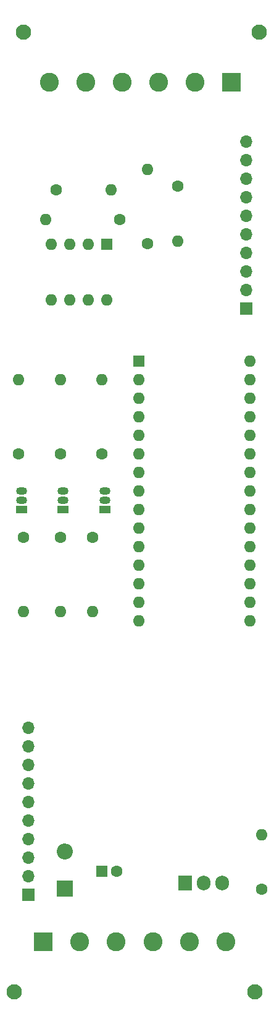
<source format=gbr>
%TF.GenerationSoftware,KiCad,Pcbnew,(6.0.5-0)*%
%TF.CreationDate,2022-08-16T12:13:12-04:00*%
%TF.ProjectId,Springer,53707269-6e67-4657-922e-6b696361645f,rev?*%
%TF.SameCoordinates,Original*%
%TF.FileFunction,Soldermask,Top*%
%TF.FilePolarity,Negative*%
%FSLAX46Y46*%
G04 Gerber Fmt 4.6, Leading zero omitted, Abs format (unit mm)*
G04 Created by KiCad (PCBNEW (6.0.5-0)) date 2022-08-16 12:13:12*
%MOMM*%
%LPD*%
G01*
G04 APERTURE LIST*
%ADD10R,1.600000X1.600000*%
%ADD11O,1.600000X1.600000*%
%ADD12R,1.700000X1.700000*%
%ADD13O,1.700000X1.700000*%
%ADD14R,1.905000X2.000000*%
%ADD15O,1.905000X2.000000*%
%ADD16C,1.600000*%
%ADD17C,2.100000*%
%ADD18R,1.500000X1.050000*%
%ADD19O,1.500000X1.050000*%
%ADD20R,2.200000X2.200000*%
%ADD21O,2.200000X2.200000*%
%ADD22R,2.600000X2.600000*%
%ADD23C,2.600000*%
G04 APERTURE END LIST*
D10*
%TO.C,U3*%
X45710000Y-75448000D03*
D11*
X43170000Y-75448000D03*
X40630000Y-75448000D03*
X38090000Y-75448000D03*
X38090000Y-83068000D03*
X40630000Y-83068000D03*
X43170000Y-83068000D03*
X45710000Y-83068000D03*
%TD*%
D12*
%TO.C,J3*%
X34985000Y-164465000D03*
D13*
X34985000Y-161925000D03*
X34985000Y-159385000D03*
X34985000Y-156845000D03*
X34985000Y-154305000D03*
X34985000Y-151765000D03*
X34985000Y-149225000D03*
X34985000Y-146685000D03*
X34985000Y-144145000D03*
X34985000Y-141605000D03*
%TD*%
D14*
%TO.C,A1*%
X56515000Y-162870000D03*
D15*
X59055000Y-162870000D03*
X61595000Y-162870000D03*
%TD*%
D16*
%TO.C,R1*%
X34290000Y-115570000D03*
D11*
X34290000Y-125730000D03*
%TD*%
D16*
%TO.C,R3*%
X43815000Y-115570000D03*
D11*
X43815000Y-125730000D03*
%TD*%
D17*
%TO.C,*%
X66040000Y-177800000D03*
%TD*%
D16*
%TO.C,R7*%
X47498000Y-72009000D03*
D11*
X37338000Y-72009000D03*
%TD*%
D16*
%TO.C,R8*%
X51308000Y-75311000D03*
D11*
X51308000Y-65151000D03*
%TD*%
D16*
%TO.C,C3*%
X38795000Y-67945000D03*
D11*
X46295000Y-67945000D03*
%TD*%
D10*
%TO.C,C1*%
X45085000Y-161290000D03*
D16*
X47085000Y-161290000D03*
%TD*%
%TO.C,R6*%
X45085000Y-104140000D03*
D11*
X45085000Y-93980000D03*
%TD*%
D17*
%TO.C,*%
X66675000Y-46355000D03*
%TD*%
D18*
%TO.C,Q1*%
X34015000Y-111760000D03*
D19*
X34015000Y-110490000D03*
X34015000Y-109220000D03*
%TD*%
D17*
%TO.C,*%
X33020000Y-177800000D03*
%TD*%
D16*
%TO.C,R5*%
X39370000Y-104140000D03*
D11*
X39370000Y-93980000D03*
%TD*%
D20*
%TO.C,D5*%
X40005000Y-163612183D03*
D21*
X40005000Y-158532183D03*
%TD*%
D18*
%TO.C,Q3*%
X45445000Y-111760000D03*
D19*
X45445000Y-110490000D03*
X45445000Y-109220000D03*
%TD*%
D18*
%TO.C,Q2*%
X39730000Y-111760000D03*
D19*
X39730000Y-110490000D03*
X39730000Y-109220000D03*
%TD*%
D16*
%TO.C,R2*%
X39370000Y-115570000D03*
D11*
X39370000Y-125730000D03*
%TD*%
D16*
%TO.C,R4*%
X33655000Y-104140000D03*
D11*
X33655000Y-93980000D03*
%TD*%
D12*
%TO.C,J4*%
X64897000Y-84201000D03*
D13*
X64897000Y-81661000D03*
X64897000Y-79121000D03*
X64897000Y-76581000D03*
X64897000Y-74041000D03*
X64897000Y-71501000D03*
X64897000Y-68961000D03*
X64897000Y-66421000D03*
X64897000Y-63881000D03*
X64897000Y-61341000D03*
%TD*%
D16*
%TO.C,C2*%
X67000000Y-163750000D03*
D11*
X67000000Y-156250000D03*
%TD*%
D10*
%TO.C,A2*%
X50165000Y-91440000D03*
D11*
X50165000Y-93980000D03*
X50165000Y-96520000D03*
X50165000Y-99060000D03*
X50165000Y-101600000D03*
X50165000Y-104140000D03*
X50165000Y-106680000D03*
X50165000Y-109220000D03*
X50165000Y-111760000D03*
X50165000Y-114300000D03*
X50165000Y-116840000D03*
X50165000Y-119380000D03*
X50165000Y-121920000D03*
X50165000Y-124460000D03*
X50165000Y-127000000D03*
X65405000Y-127000000D03*
X65405000Y-124460000D03*
X65405000Y-121920000D03*
X65405000Y-119380000D03*
X65405000Y-116840000D03*
X65405000Y-114300000D03*
X65405000Y-111760000D03*
X65405000Y-109220000D03*
X65405000Y-106680000D03*
X65405000Y-104140000D03*
X65405000Y-101600000D03*
X65405000Y-99060000D03*
X65405000Y-96520000D03*
X65405000Y-93980000D03*
X65405000Y-91440000D03*
%TD*%
D22*
%TO.C,J1*%
X37030000Y-170950000D03*
D23*
X42030000Y-170950000D03*
X47030000Y-170950000D03*
X52030000Y-170950000D03*
X57030000Y-170950000D03*
X62030000Y-170950000D03*
%TD*%
D16*
%TO.C,C4*%
X55499000Y-67497000D03*
D11*
X55499000Y-74997000D03*
%TD*%
D17*
%TO.C,*%
X34290000Y-46355000D03*
%TD*%
D22*
%TO.C,J2*%
X62865000Y-53213000D03*
D23*
X57865000Y-53213000D03*
X52865000Y-53213000D03*
X47865000Y-53213000D03*
X42865000Y-53213000D03*
X37865000Y-53213000D03*
%TD*%
M02*

</source>
